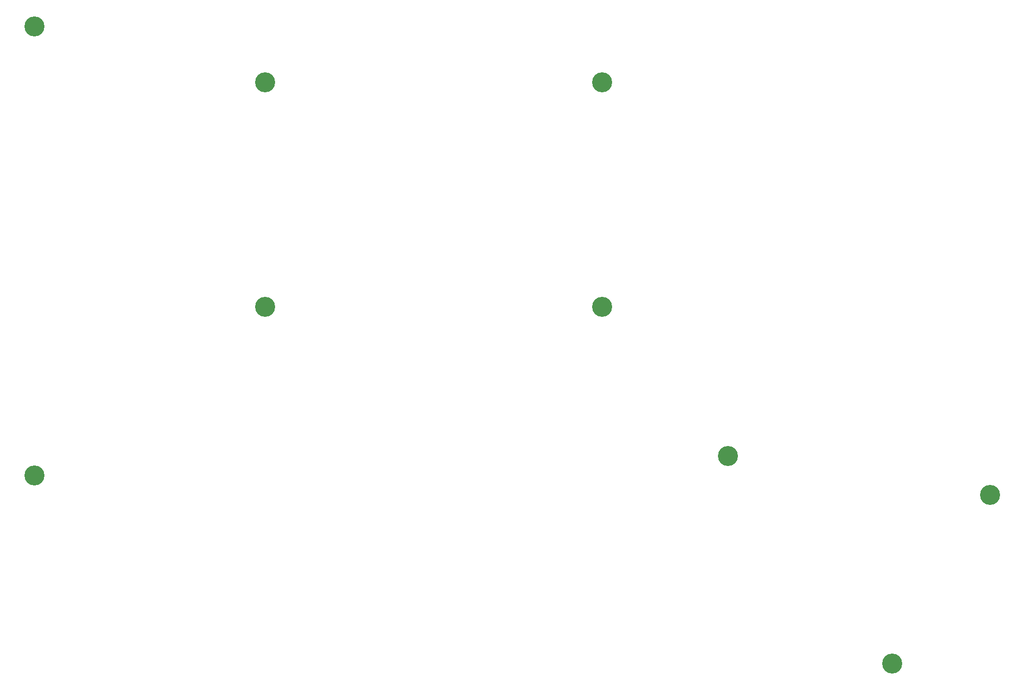
<source format=gbr>
G04 #@! TF.GenerationSoftware,KiCad,Pcbnew,(5.0.0)*
G04 #@! TF.CreationDate,2019-01-26T20:43:56+09:00*
G04 #@! TF.ProjectId,Manta60BLE_Bottom,4D616E74613630424C455F426F74746F,rev?*
G04 #@! TF.SameCoordinates,Original*
G04 #@! TF.FileFunction,Soldermask,Bot*
G04 #@! TF.FilePolarity,Negative*
%FSLAX46Y46*%
G04 Gerber Fmt 4.6, Leading zero omitted, Abs format (unit mm)*
G04 Created by KiCad (PCBNEW (5.0.0)) date 01/26/19 20:43:56*
%MOMM*%
%LPD*%
G01*
G04 APERTURE LIST*
%ADD10C,3.400000*%
G04 APERTURE END LIST*
D10*
G04 #@! TO.C,H\002A\002A*
X205494350Y-122386200D03*
G04 #@! TD*
G04 #@! TO.C,H\002A\002A*
X82584350Y-90476200D03*
G04 #@! TD*
G04 #@! TO.C,H\002A\002A*
X188974350Y-151006200D03*
G04 #@! TD*
G04 #@! TO.C,H\002A\002A*
X139734350Y-90476200D03*
G04 #@! TD*
G04 #@! TO.C,H\002A\002A*
X161074350Y-115816200D03*
G04 #@! TD*
G04 #@! TO.C,H\002A\002A*
X139734350Y-52376200D03*
G04 #@! TD*
G04 #@! TO.C,H\002A\002A*
X82584350Y-52376200D03*
G04 #@! TD*
G04 #@! TO.C,H\002A\002A*
X43474350Y-42856200D03*
G04 #@! TD*
G04 #@! TO.C,H\002A\002A*
X43474350Y-119056200D03*
G04 #@! TD*
M02*

</source>
